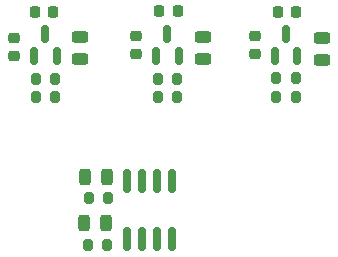
<source format=gbr>
%TF.GenerationSoftware,KiCad,Pcbnew,8.0.3*%
%TF.CreationDate,2025-09-30T21:19:19-04:00*%
%TF.ProjectId,NewHallSensorsLimitSwitches,4e657748-616c-46c5-9365-6e736f72734c,rev?*%
%TF.SameCoordinates,Original*%
%TF.FileFunction,Paste,Top*%
%TF.FilePolarity,Positive*%
%FSLAX46Y46*%
G04 Gerber Fmt 4.6, Leading zero omitted, Abs format (unit mm)*
G04 Created by KiCad (PCBNEW 8.0.3) date 2025-09-30 21:19:19*
%MOMM*%
%LPD*%
G01*
G04 APERTURE LIST*
G04 Aperture macros list*
%AMRoundRect*
0 Rectangle with rounded corners*
0 $1 Rounding radius*
0 $2 $3 $4 $5 $6 $7 $8 $9 X,Y pos of 4 corners*
0 Add a 4 corners polygon primitive as box body*
4,1,4,$2,$3,$4,$5,$6,$7,$8,$9,$2,$3,0*
0 Add four circle primitives for the rounded corners*
1,1,$1+$1,$2,$3*
1,1,$1+$1,$4,$5*
1,1,$1+$1,$6,$7*
1,1,$1+$1,$8,$9*
0 Add four rect primitives between the rounded corners*
20,1,$1+$1,$2,$3,$4,$5,0*
20,1,$1+$1,$4,$5,$6,$7,0*
20,1,$1+$1,$6,$7,$8,$9,0*
20,1,$1+$1,$8,$9,$2,$3,0*%
G04 Aperture macros list end*
%ADD10RoundRect,0.150000X0.150000X-0.587500X0.150000X0.587500X-0.150000X0.587500X-0.150000X-0.587500X0*%
%ADD11RoundRect,0.243750X0.243750X0.456250X-0.243750X0.456250X-0.243750X-0.456250X0.243750X-0.456250X0*%
%ADD12RoundRect,0.243750X-0.456250X0.243750X-0.456250X-0.243750X0.456250X-0.243750X0.456250X0.243750X0*%
%ADD13RoundRect,0.225000X-0.225000X-0.250000X0.225000X-0.250000X0.225000X0.250000X-0.225000X0.250000X0*%
%ADD14RoundRect,0.225000X0.250000X-0.225000X0.250000X0.225000X-0.250000X0.225000X-0.250000X-0.225000X0*%
%ADD15RoundRect,0.200000X0.200000X0.275000X-0.200000X0.275000X-0.200000X-0.275000X0.200000X-0.275000X0*%
%ADD16RoundRect,0.200000X-0.200000X-0.275000X0.200000X-0.275000X0.200000X0.275000X-0.200000X0.275000X0*%
%ADD17RoundRect,0.150000X-0.150000X0.825000X-0.150000X-0.825000X0.150000X-0.825000X0.150000X0.825000X0*%
G04 APERTURE END LIST*
D10*
%TO.C,U3*%
X174650000Y-110785000D03*
X176550000Y-110785000D03*
X175600000Y-108910000D03*
%TD*%
D11*
%TO.C,D1*%
X160342500Y-124915000D03*
X158467500Y-124915000D03*
%TD*%
D12*
%TO.C,D3*%
X158110000Y-109157500D03*
X158110000Y-111032500D03*
%TD*%
D13*
%TO.C,C2*%
X164865000Y-106975000D03*
X166415000Y-106975000D03*
%TD*%
D14*
%TO.C,C5*%
X162850000Y-110625000D03*
X162850000Y-109075000D03*
%TD*%
D13*
%TO.C,C3*%
X174890000Y-107025000D03*
X176440000Y-107025000D03*
%TD*%
D15*
%TO.C,R5*%
X160520000Y-122795000D03*
X158870000Y-122795000D03*
%TD*%
D12*
%TO.C,D5*%
X178620000Y-109205000D03*
X178620000Y-111080000D03*
%TD*%
D16*
%TO.C,R6*%
X154395000Y-114265000D03*
X156045000Y-114265000D03*
%TD*%
D10*
%TO.C,U1*%
X154260000Y-110750000D03*
X156160000Y-110750000D03*
X155210000Y-108875000D03*
%TD*%
D12*
%TO.C,D4*%
X168560000Y-109135000D03*
X168560000Y-111010000D03*
%TD*%
D13*
%TO.C,C1*%
X154335000Y-107005000D03*
X155885000Y-107005000D03*
%TD*%
D16*
%TO.C,R1*%
X154395000Y-112675000D03*
X156045000Y-112675000D03*
%TD*%
%TO.C,R3*%
X174755000Y-112625000D03*
X176405000Y-112625000D03*
%TD*%
%TO.C,R8*%
X174755000Y-114225000D03*
X176405000Y-114225000D03*
%TD*%
D11*
%TO.C,D2*%
X160402500Y-120995000D03*
X158527500Y-120995000D03*
%TD*%
D14*
%TO.C,C6*%
X172970000Y-110620000D03*
X172970000Y-109070000D03*
%TD*%
%TO.C,C4*%
X152520000Y-110750000D03*
X152520000Y-109200000D03*
%TD*%
D16*
%TO.C,R7*%
X164705000Y-114275000D03*
X166355000Y-114275000D03*
%TD*%
D10*
%TO.C,U2*%
X164580000Y-110745000D03*
X166480000Y-110745000D03*
X165530000Y-108870000D03*
%TD*%
D15*
%TO.C,R4*%
X160460000Y-126785000D03*
X158810000Y-126785000D03*
%TD*%
D17*
%TO.C,U4*%
X165895000Y-121330000D03*
X164625000Y-121330000D03*
X163355000Y-121330000D03*
X162085000Y-121330000D03*
X162085000Y-126280000D03*
X163355000Y-126280000D03*
X164625000Y-126280000D03*
X165895000Y-126280000D03*
%TD*%
D16*
%TO.C,R2*%
X164725000Y-112715000D03*
X166375000Y-112715000D03*
%TD*%
M02*

</source>
